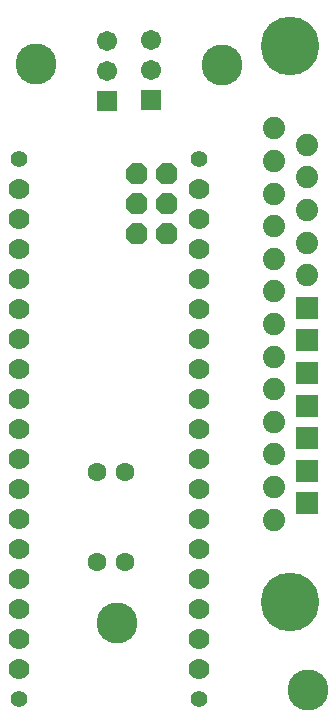
<source format=gbr>
G04 Layer_Color=16711935*
%FSLAX45Y45*%
%MOMM*%
%TF.FileFunction,Soldermask,Bot*%
%TF.Part,Single*%
G01*
G75*
%TA.AperFunction,WasherPad*%
%ADD28C,3.46319*%
%TA.AperFunction,ComponentPad*%
%ADD29R,1.70320X1.70320*%
%ADD30C,1.70320*%
%ADD31C,1.89320*%
%ADD32R,1.89320X1.89320*%
%ADD33C,4.96320*%
%ADD34C,1.40310*%
G04:AMPARAMS|DCode=35|XSize=1.778mm|YSize=1.778mm|CornerRadius=0mm|HoleSize=0mm|Usage=FLASHONLY|Rotation=270.000|XOffset=0mm|YOffset=0mm|HoleType=Round|Shape=Octagon|*
%AMOCTAGOND35*
4,1,8,-0.44450,-0.88900,0.44450,-0.88900,0.88900,-0.44450,0.88900,0.44450,0.44450,0.88900,-0.44450,0.88900,-0.88900,0.44450,-0.88900,-0.44450,-0.44450,-0.88900,0.0*
%
%ADD35OCTAGOND35*%

%ADD36C,1.77800*%
%ADD37C,1.60320*%
D28*
X400002Y5699999D02*
D03*
X2699998Y399999D02*
D03*
X1970002Y5690001D02*
D03*
X1080001Y970001D02*
D03*
D29*
X1369698Y5397602D02*
D03*
X1000001Y5391998D02*
D03*
D30*
X1369698Y5651602D02*
D03*
Y5905602D02*
D03*
X1000001Y5645998D02*
D03*
Y5899998D02*
D03*
D31*
X2407999Y1843400D02*
D03*
Y2119498D02*
D03*
Y2395596D02*
D03*
Y2671699D02*
D03*
Y2947797D02*
D03*
Y3223900D02*
D03*
Y3499998D02*
D03*
Y3776096D02*
D03*
X2692002Y3914150D02*
D03*
X2407999Y4052199D02*
D03*
X2692002Y4190248D02*
D03*
X2407999Y4328297D02*
D03*
X2692002Y4466346D02*
D03*
X2407999Y4604400D02*
D03*
X2692002Y4742449D02*
D03*
X2407999Y4880498D02*
D03*
X2692002Y5018547D02*
D03*
X2407999Y5156596D02*
D03*
D32*
X2692002Y1981449D02*
D03*
Y2257547D02*
D03*
Y2533650D02*
D03*
Y2809748D02*
D03*
Y3085846D02*
D03*
Y3361949D02*
D03*
Y3638047D02*
D03*
D33*
X2550000Y5852597D02*
D03*
Y1147399D02*
D03*
D34*
X1772999Y4899000D02*
D03*
X248999D02*
D03*
Y327000D02*
D03*
X1772999D02*
D03*
D35*
X1506299Y4264000D02*
D03*
X1252299D02*
D03*
X1506299Y4518000D02*
D03*
X1252299D02*
D03*
X1506299Y4772000D02*
D03*
X1252299D02*
D03*
D36*
X248999Y2867000D02*
D03*
Y3121000D02*
D03*
Y4645000D02*
D03*
Y4391000D02*
D03*
Y4137000D02*
D03*
Y3883000D02*
D03*
Y3629000D02*
D03*
Y3375000D02*
D03*
Y581000D02*
D03*
Y835000D02*
D03*
Y1089000D02*
D03*
Y2613000D02*
D03*
Y2359000D02*
D03*
Y2105000D02*
D03*
Y1851000D02*
D03*
Y1597000D02*
D03*
Y1343000D02*
D03*
X1772999Y2867000D02*
D03*
Y3121000D02*
D03*
Y4645000D02*
D03*
Y4391000D02*
D03*
Y4137000D02*
D03*
Y3883000D02*
D03*
Y3629000D02*
D03*
Y3375000D02*
D03*
Y581000D02*
D03*
Y835000D02*
D03*
Y1089000D02*
D03*
Y2613000D02*
D03*
Y2359000D02*
D03*
Y2105000D02*
D03*
Y1851000D02*
D03*
Y1597000D02*
D03*
Y1343000D02*
D03*
D37*
X909501Y1489207D02*
D03*
Y2251207D02*
D03*
X1150801Y1489207D02*
D03*
Y2251207D02*
D03*
%TF.MD5,31e9fc3c536cb6fab2d7b408b6624ffd*%
M02*

</source>
